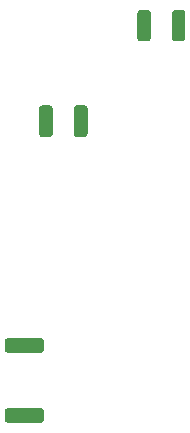
<source format=gtp>
G04 #@! TF.GenerationSoftware,KiCad,Pcbnew,(5.1.10)-1*
G04 #@! TF.CreationDate,2021-12-28T21:38:16-08:00*
G04 #@! TF.ProjectId,breadboardPower,62726561-6462-46f6-9172-64506f776572,rev?*
G04 #@! TF.SameCoordinates,Original*
G04 #@! TF.FileFunction,Paste,Top*
G04 #@! TF.FilePolarity,Positive*
%FSLAX46Y46*%
G04 Gerber Fmt 4.6, Leading zero omitted, Abs format (unit mm)*
G04 Created by KiCad (PCBNEW (5.1.10)-1) date 2021-12-28 21:38:16*
%MOMM*%
%LPD*%
G01*
G04 APERTURE LIST*
G04 APERTURE END LIST*
G36*
G01*
X85482000Y-79738401D02*
X85482000Y-77538399D01*
G75*
G02*
X85731999Y-77288400I249999J0D01*
G01*
X86382001Y-77288400D01*
G75*
G02*
X86632000Y-77538399I0J-249999D01*
G01*
X86632000Y-79738401D01*
G75*
G02*
X86382001Y-79988400I-249999J0D01*
G01*
X85731999Y-79988400D01*
G75*
G02*
X85482000Y-79738401I0J249999D01*
G01*
G37*
G36*
G01*
X82532000Y-79738401D02*
X82532000Y-77538399D01*
G75*
G02*
X82781999Y-77288400I249999J0D01*
G01*
X83432001Y-77288400D01*
G75*
G02*
X83682000Y-77538399I0J-249999D01*
G01*
X83682000Y-79738401D01*
G75*
G02*
X83432001Y-79988400I-249999J0D01*
G01*
X82781999Y-79988400D01*
G75*
G02*
X82532000Y-79738401I0J249999D01*
G01*
G37*
G36*
G01*
X79854999Y-102934000D02*
X82705001Y-102934000D01*
G75*
G02*
X82955000Y-103183999I0J-249999D01*
G01*
X82955000Y-103909001D01*
G75*
G02*
X82705001Y-104159000I-249999J0D01*
G01*
X79854999Y-104159000D01*
G75*
G02*
X79605000Y-103909001I0J249999D01*
G01*
X79605000Y-103183999D01*
G75*
G02*
X79854999Y-102934000I249999J0D01*
G01*
G37*
G36*
G01*
X79854999Y-97009000D02*
X82705001Y-97009000D01*
G75*
G02*
X82955000Y-97258999I0J-249999D01*
G01*
X82955000Y-97984001D01*
G75*
G02*
X82705001Y-98234000I-249999J0D01*
G01*
X79854999Y-98234000D01*
G75*
G02*
X79605000Y-97984001I0J249999D01*
G01*
X79605000Y-97258999D01*
G75*
G02*
X79854999Y-97009000I249999J0D01*
G01*
G37*
G36*
G01*
X93781901Y-71617215D02*
X93781901Y-69467209D01*
G75*
G02*
X94031898Y-69217212I249997J0D01*
G01*
X94656904Y-69217212D01*
G75*
G02*
X94906901Y-69467209I0J-249997D01*
G01*
X94906901Y-71617215D01*
G75*
G02*
X94656904Y-71867212I-249997J0D01*
G01*
X94031898Y-71867212D01*
G75*
G02*
X93781901Y-71617215I0J249997D01*
G01*
G37*
G36*
G01*
X90856901Y-71617215D02*
X90856901Y-69467209D01*
G75*
G02*
X91106898Y-69217212I249997J0D01*
G01*
X91731904Y-69217212D01*
G75*
G02*
X91981901Y-69467209I0J-249997D01*
G01*
X91981901Y-71617215D01*
G75*
G02*
X91731904Y-71867212I-249997J0D01*
G01*
X91106898Y-71867212D01*
G75*
G02*
X90856901Y-71617215I0J249997D01*
G01*
G37*
M02*

</source>
